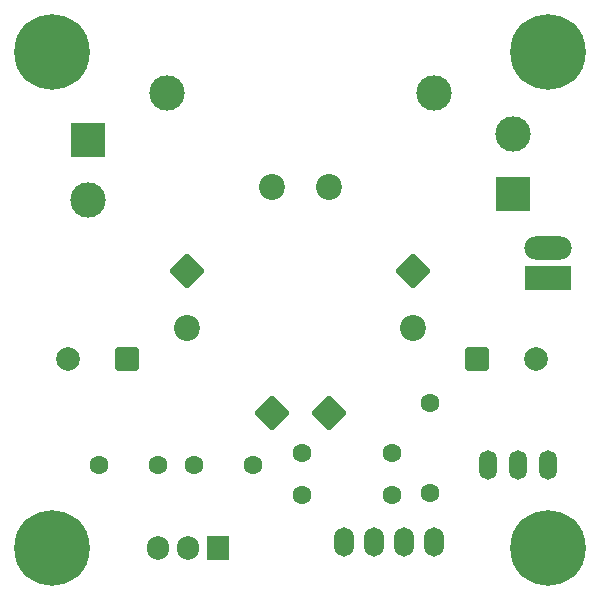
<source format=gbr>
%TF.GenerationSoftware,KiCad,Pcbnew,9.0.4*%
%TF.CreationDate,2025-10-17T22:53:12+07:00*%
%TF.ProjectId,AC DC converter LM317,41432044-4320-4636-9f6e-766572746572,rev?*%
%TF.SameCoordinates,Original*%
%TF.FileFunction,Soldermask,Bot*%
%TF.FilePolarity,Negative*%
%FSLAX46Y46*%
G04 Gerber Fmt 4.6, Leading zero omitted, Abs format (unit mm)*
G04 Created by KiCad (PCBNEW 9.0.4) date 2025-10-17 22:53:12*
%MOMM*%
%LPD*%
G01*
G04 APERTURE LIST*
G04 Aperture macros list*
%AMRoundRect*
0 Rectangle with rounded corners*
0 $1 Rounding radius*
0 $2 $3 $4 $5 $6 $7 $8 $9 X,Y pos of 4 corners*
0 Add a 4 corners polygon primitive as box body*
4,1,4,$2,$3,$4,$5,$6,$7,$8,$9,$2,$3,0*
0 Add four circle primitives for the rounded corners*
1,1,$1+$1,$2,$3*
1,1,$1+$1,$4,$5*
1,1,$1+$1,$6,$7*
1,1,$1+$1,$8,$9*
0 Add four rect primitives between the rounded corners*
20,1,$1+$1,$2,$3,$4,$5,0*
20,1,$1+$1,$4,$5,$6,$7,0*
20,1,$1+$1,$6,$7,$8,$9,0*
20,1,$1+$1,$8,$9,$2,$3,0*%
G04 Aperture macros list end*
%ADD10C,6.400000*%
%ADD11R,3.000000X3.000000*%
%ADD12C,3.000000*%
%ADD13RoundRect,0.249999X0.000000X-1.202083X1.202083X0.000000X0.000000X1.202083X-1.202083X0.000000X0*%
%ADD14C,2.200000*%
%ADD15C,1.600000*%
%ADD16R,1.905000X2.000000*%
%ADD17O,1.905000X2.000000*%
%ADD18RoundRect,0.250000X-0.750000X-0.750000X0.750000X-0.750000X0.750000X0.750000X-0.750000X0.750000X0*%
%ADD19C,2.000000*%
%ADD20RoundRect,0.249999X1.202083X0.000000X0.000000X1.202083X-1.202083X0.000000X0.000000X-1.202083X0*%
%ADD21O,1.500000X2.500000*%
%ADD22RoundRect,0.250000X0.750000X0.750000X-0.750000X0.750000X-0.750000X-0.750000X0.750000X-0.750000X0*%
%ADD23O,1.700000X2.500000*%
%ADD24O,4.000000X2.000000*%
%ADD25R,4.000000X2.000000*%
G04 APERTURE END LIST*
D10*
%TO.C,H2*%
X46000000Y-4000000D03*
%TD*%
D11*
%TO.C,J1*%
X7000000Y-11460000D03*
D12*
X7000000Y-16539999D03*
%TD*%
D13*
%TO.C,D3*%
X15407898Y-22592103D03*
D14*
X22592103Y-15407898D03*
%TD*%
D15*
%TO.C,C3*%
X16000000Y-39000000D03*
X21000000Y-39000000D03*
%TD*%
D16*
%TO.C,U1*%
X18079999Y-46000000D03*
D17*
X15539999Y-46000000D03*
X13000000Y-46000000D03*
%TD*%
D15*
%TO.C,R2*%
X25190000Y-41500000D03*
X32810000Y-41500000D03*
%TD*%
D18*
%TO.C,C4*%
X40000000Y-30000000D03*
D19*
X45000000Y-30000000D03*
%TD*%
D13*
%TO.C,D2*%
X27407898Y-34592103D03*
D14*
X34592103Y-27407898D03*
%TD*%
D20*
%TO.C,D4*%
X22592103Y-34592102D03*
D14*
X15407898Y-27407897D03*
%TD*%
D21*
%TO.C,RV1*%
X40920001Y-39000000D03*
X43460001Y-39000000D03*
X46000000Y-39000000D03*
%TD*%
D10*
%TO.C,H4*%
X46000000Y-46000000D03*
%TD*%
D22*
%TO.C,C1*%
X10367678Y-30000000D03*
D19*
X5367678Y-30000000D03*
%TD*%
D23*
%TO.C,J3*%
X36310000Y-45500000D03*
X33770000Y-45500000D03*
X31230001Y-45500000D03*
X28690000Y-45500000D03*
%TD*%
D15*
%TO.C,R1*%
X25190000Y-38000000D03*
X32810000Y-38000000D03*
%TD*%
D24*
%TO.C,J4*%
X46000000Y-20625000D03*
D25*
X46000000Y-23165000D03*
%TD*%
D12*
%TO.C,Fuse*%
X13700000Y-7500000D03*
X36300000Y-7500000D03*
%TD*%
D10*
%TO.C,H1*%
X4000000Y-4000000D03*
%TD*%
D15*
%TO.C,R3*%
X36000000Y-41310000D03*
X36000000Y-33690000D03*
%TD*%
%TO.C,C2*%
X13000000Y-39000000D03*
X8000000Y-39000000D03*
%TD*%
D20*
%TO.C,D1*%
X34592102Y-22592102D03*
D14*
X27407897Y-15407897D03*
%TD*%
D11*
%TO.C,J2*%
X43000000Y-16000000D03*
D12*
X43000000Y-10920001D03*
%TD*%
D10*
%TO.C,H3*%
X4000000Y-46000000D03*
%TD*%
M02*

</source>
